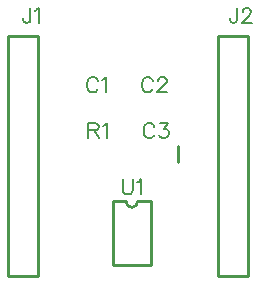
<source format=gto>
G04 DipTrace 3.1.0.1*
G04 BOARD.gto*
%MOIN*%
G04 #@! TF.FileFunction,Legend,Top*
G04 #@! TF.Part,Single*
%ADD10C,0.009843*%
%ADD39C,0.00772*%
%FSLAX26Y26*%
G04*
G70*
G90*
G75*
G01*
G04 TopSilk*
%LPD*%
X1016609Y875820D2*
D10*
Y824678D1*
X550251Y1243963D2*
X450249D1*
Y444037D1*
X550251D1*
Y1243963D1*
X1250251D2*
X1150249D1*
Y444037D1*
X1250251D1*
Y1243963D1*
X801441Y691982D2*
Y479383D1*
X927412Y691982D2*
Y479383D1*
X801441D2*
X927412D1*
X801441Y691982D2*
X844738D1*
X884115D2*
X927412D1*
X844738D2*
G03X884115Y691982I19689J23D01*
G01*
X750433Y1093719D2*
D39*
X748056Y1098472D1*
X743247Y1103281D1*
X738494Y1105657D1*
X728933D1*
X724124Y1103281D1*
X719371Y1098472D1*
X716939Y1093719D1*
X714563Y1086534D1*
Y1074541D1*
X716939Y1067411D1*
X719371Y1062602D1*
X724124Y1057849D1*
X728933Y1055417D1*
X738494D1*
X743247Y1057849D1*
X748056Y1062602D1*
X750433Y1067411D1*
X765872Y1096041D2*
X770680Y1098472D1*
X777865Y1105602D1*
Y1055417D1*
X933433Y1093719D2*
X931057Y1098472D1*
X926248Y1103281D1*
X921495Y1105657D1*
X911933D1*
X907125Y1103281D1*
X902372Y1098472D1*
X899940Y1093719D1*
X897563Y1086534D1*
Y1074541D1*
X899940Y1067411D1*
X902372Y1062602D1*
X907125Y1057849D1*
X911933Y1055417D1*
X921495D1*
X926248Y1057849D1*
X931057Y1062602D1*
X933433Y1067411D1*
X951304Y1093664D2*
Y1096041D1*
X953681Y1100849D1*
X956058Y1103226D1*
X960866Y1105602D1*
X970428D1*
X975181Y1103226D1*
X977557Y1100849D1*
X979989Y1096041D1*
Y1091287D1*
X977557Y1086479D1*
X972804Y1079349D1*
X948872Y1055417D1*
X982366D1*
X939201Y941062D2*
X936824Y945815D1*
X932016Y950623D1*
X927263Y953000D1*
X917701D1*
X912893Y950623D1*
X908139Y945815D1*
X905708Y941062D1*
X903331Y933877D1*
Y921883D1*
X905708Y914753D1*
X908139Y909945D1*
X912893Y905192D1*
X917701Y902760D1*
X927263D1*
X932016Y905192D1*
X936824Y909945D1*
X939201Y914753D1*
X959449Y952945D2*
X985702D1*
X971387Y933821D1*
X978572D1*
X983325Y931445D1*
X985702Y929068D1*
X988134Y921883D1*
Y917130D1*
X985702Y909945D1*
X980948Y905137D1*
X973763Y902760D1*
X966578D1*
X959449Y905137D1*
X957072Y907568D1*
X954640Y912322D1*
X525959Y1336121D2*
Y1297874D1*
X523583Y1290689D1*
X521151Y1288313D1*
X516398Y1285881D1*
X511589D1*
X506836Y1288313D1*
X504460Y1290689D1*
X502028Y1297874D1*
Y1302627D1*
X541399Y1326504D2*
X546207Y1328936D1*
X553392Y1336065D1*
Y1285881D1*
X1215210Y1336121D2*
Y1297874D1*
X1212833Y1290689D1*
X1210401Y1288313D1*
X1205648Y1285881D1*
X1200839D1*
X1196086Y1288313D1*
X1193710Y1290689D1*
X1191278Y1297874D1*
Y1302627D1*
X1233081Y1324127D2*
Y1326504D1*
X1235457Y1331312D1*
X1237834Y1333689D1*
X1242642Y1336065D1*
X1252204D1*
X1256957Y1333689D1*
X1259334Y1331312D1*
X1261766Y1326504D1*
Y1321751D1*
X1259334Y1316942D1*
X1254580Y1309812D1*
X1230649Y1285881D1*
X1264142D1*
X719688Y929068D2*
X741188D1*
X748373Y931500D1*
X750805Y933877D1*
X753181Y938630D1*
Y943438D1*
X750805Y948192D1*
X748373Y950623D1*
X741188Y953000D1*
X719688D1*
Y902760D1*
X736435Y929068D2*
X753181Y902760D1*
X768620Y943383D2*
X773429Y945815D1*
X780614Y952945D1*
Y902760D1*
X833963Y765205D2*
Y729335D1*
X836340Y722150D1*
X841149Y717397D1*
X848334Y714965D1*
X853087D1*
X860272Y717397D1*
X865080Y722150D1*
X867457Y729335D1*
Y765205D1*
X882896Y755588D2*
X887705Y758020D1*
X894890Y765150D1*
Y714965D1*
M02*

</source>
